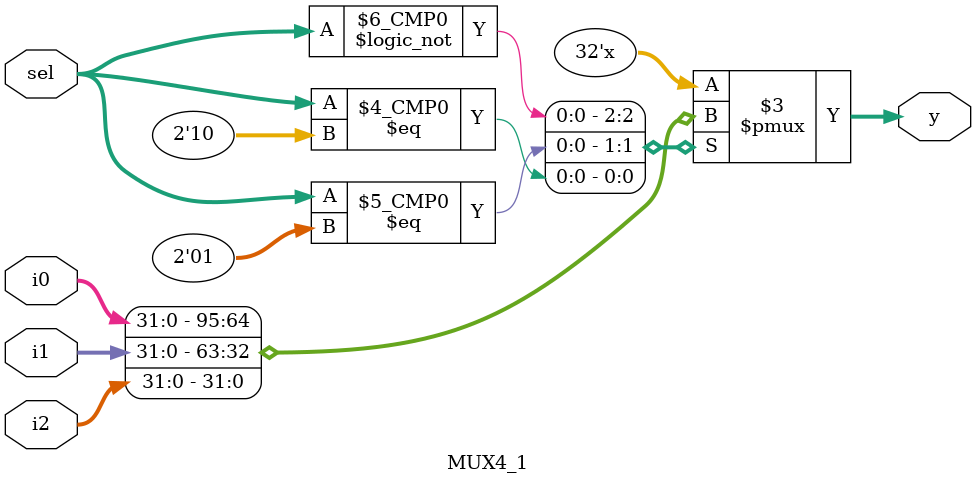
<source format=v>
`timescale 1ns / 1ps


module MUX4_1(
  input [1:0] sel,
  input [31:0] i0,i1,i2,
  output reg [31:0] y);
    
  always @(*) begin
    case(sel)
      2'h0: y = i0;
      2'h1: y = i1;
      2'h2: y = i2;
      
      default: $display("Invalid sel input");
    endcase
  end
endmodule
</source>
